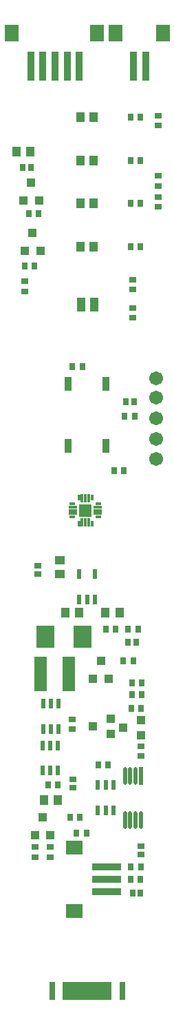
<source format=gts>
%FSLAX25Y25*%
%MOIN*%
G70*
G01*
G75*
G04 Layer_Color=8388736*
%ADD10C,0.05906*%
%ADD11R,0.02362X0.02756*%
%ADD12R,0.02756X0.02362*%
%ADD13R,0.03150X0.03937*%
%ADD14R,0.03937X0.03150*%
%ADD15R,0.02559X0.02165*%
%ADD16R,0.02165X0.02559*%
%ADD17R,0.03543X0.03150*%
%ADD18R,0.03543X0.03150*%
%ADD19R,0.01575X0.03937*%
%ADD20O,0.01181X0.07874*%
%ADD21R,0.01181X0.07874*%
%ADD22R,0.02362X0.07874*%
%ADD23R,0.01063X0.07874*%
%ADD24R,0.05118X0.05118*%
%ADD25R,0.00787X0.02362*%
%ADD26R,0.00787X0.03150*%
%ADD27R,0.02362X0.00787*%
%ADD28R,0.03150X0.00787*%
%ADD29R,0.05118X0.15748*%
%ADD30R,0.06299X0.07480*%
%ADD31R,0.02756X0.13386*%
%ADD32R,0.02756X0.06102*%
%ADD33R,0.07874X0.10000*%
%ADD34R,0.07480X0.06299*%
%ADD35R,0.13386X0.02756*%
%ADD36R,0.03150X0.02559*%
%ADD37R,0.03150X0.03543*%
%ADD38R,0.03150X0.03543*%
%ADD39C,0.01575*%
%ADD40C,0.01000*%
%ADD41C,0.02362*%
%ADD42C,0.00787*%
%ADD43C,0.01181*%
%ADD44C,0.01969*%
%ADD45C,0.03150*%
%ADD46C,0.00500*%
%ADD47C,0.00591*%
%ADD48C,0.00394*%
%ADD49C,0.00600*%
%ADD50C,0.00197*%
%ADD51C,0.00709*%
%ADD52C,0.01200*%
%ADD53C,0.06706*%
%ADD54R,0.03162X0.03556*%
%ADD55R,0.03556X0.03162*%
%ADD56R,0.03950X0.04737*%
%ADD57R,0.04737X0.03950*%
%ADD58R,0.03359X0.02965*%
%ADD59R,0.02965X0.03359*%
%ADD60R,0.04343X0.03950*%
%ADD61R,0.04343X0.03950*%
%ADD62R,0.02375X0.04737*%
%ADD63O,0.01981X0.08674*%
%ADD64R,0.01981X0.08674*%
%ADD65R,0.03162X0.08674*%
%ADD66R,0.01863X0.08674*%
%ADD67R,0.05918X0.05918*%
%ADD68R,0.01587X0.03162*%
%ADD69R,0.01587X0.03950*%
%ADD70R,0.03162X0.01587*%
%ADD71R,0.03950X0.01587*%
%ADD72R,0.05918X0.16548*%
%ADD73R,0.07099X0.08280*%
%ADD74R,0.03556X0.14186*%
%ADD75R,0.03556X0.06902*%
%ADD76R,0.08674X0.10800*%
%ADD77R,0.08280X0.07099*%
%ADD78R,0.14186X0.03556*%
%ADD79R,0.03950X0.03359*%
%ADD80R,0.03950X0.04343*%
%ADD81R,0.03950X0.04343*%
D53*
X74810Y-204319D02*
D03*
Y-184520D02*
D03*
Y-214052D02*
D03*
Y-175140D02*
D03*
Y-194340D02*
D03*
D54*
X64320Y-193380D02*
D03*
X59595D02*
D03*
X61268Y-296460D02*
D03*
X65992D02*
D03*
X50358D02*
D03*
X55082D02*
D03*
X54298Y-219680D02*
D03*
X59022D02*
D03*
X38982Y-169340D02*
D03*
X34258D02*
D03*
X62348Y-48890D02*
D03*
X67072D02*
D03*
X62348Y-69699D02*
D03*
X67072D02*
D03*
X62348Y-90565D02*
D03*
X67072D02*
D03*
X62348Y-111431D02*
D03*
X67072D02*
D03*
X51362Y-362000D02*
D03*
X46638D02*
D03*
X62998Y-322550D02*
D03*
X67722D02*
D03*
X22548Y-371850D02*
D03*
X27272D02*
D03*
X67722Y-328220D02*
D03*
X62998D02*
D03*
X32968Y-387431D02*
D03*
X37692D02*
D03*
X41012Y-395201D02*
D03*
X36288D02*
D03*
X58908Y-311800D02*
D03*
X63632D02*
D03*
X67252Y-417360D02*
D03*
X62528D02*
D03*
X13228Y-95560D02*
D03*
X17952D02*
D03*
X15894Y-120672D02*
D03*
X11170D02*
D03*
X62588Y-411570D02*
D03*
X67312D02*
D03*
X67542Y-334760D02*
D03*
X62818D02*
D03*
D55*
X75900Y-48218D02*
D03*
Y-52942D02*
D03*
X63550Y-145792D02*
D03*
Y-141068D02*
D03*
Y-127488D02*
D03*
Y-132212D02*
D03*
X11170Y-132982D02*
D03*
Y-128258D02*
D03*
X15960Y-401958D02*
D03*
Y-406682D02*
D03*
X23470Y-401958D02*
D03*
Y-406682D02*
D03*
X75900Y-92272D02*
D03*
Y-87548D02*
D03*
Y-77258D02*
D03*
Y-81982D02*
D03*
X67580Y-353168D02*
D03*
Y-357892D02*
D03*
X34010Y-340098D02*
D03*
Y-344822D02*
D03*
D56*
X56967Y-288320D02*
D03*
X50274D02*
D03*
X27277Y-379230D02*
D03*
X20583D02*
D03*
X38137Y-111431D02*
D03*
X44436D02*
D03*
X38137Y-90565D02*
D03*
X44436D02*
D03*
X38137Y-69699D02*
D03*
X44436D02*
D03*
X38137Y-48833D02*
D03*
X44436D02*
D03*
X30863Y-288370D02*
D03*
X37556D02*
D03*
X7254Y-65310D02*
D03*
X13947D02*
D03*
D57*
X28150Y-263154D02*
D03*
Y-269847D02*
D03*
D58*
X34400Y-369044D02*
D03*
Y-372981D02*
D03*
X17330Y-265903D02*
D03*
Y-269840D02*
D03*
X67290Y-401473D02*
D03*
Y-405410D02*
D03*
D59*
X60283Y-186580D02*
D03*
X64220D02*
D03*
X65197Y-302680D02*
D03*
X61260D02*
D03*
X10133Y-73030D02*
D03*
X14070D02*
D03*
X67230Y-424130D02*
D03*
X63293D02*
D03*
D60*
X14252Y-80470D02*
D03*
X10512Y-89131D02*
D03*
X14910Y-104872D02*
D03*
X11170Y-113533D02*
D03*
X47964Y-311790D02*
D03*
X44224Y-320452D02*
D03*
X16000Y-396131D02*
D03*
X19740Y-387470D02*
D03*
D61*
X17992Y-89131D02*
D03*
X18650Y-113533D02*
D03*
X51704Y-320452D02*
D03*
X23480Y-396131D02*
D03*
D62*
X27480Y-332618D02*
D03*
X20000D02*
D03*
X23740D02*
D03*
Y-344823D02*
D03*
X20000D02*
D03*
X27480D02*
D03*
X54100Y-371938D02*
D03*
X46620D02*
D03*
X50360D02*
D03*
Y-384142D02*
D03*
X46620D02*
D03*
X54100D02*
D03*
X19800Y-364902D02*
D03*
X27280D02*
D03*
X23540D02*
D03*
Y-352698D02*
D03*
X27280D02*
D03*
X19800D02*
D03*
X37570Y-269828D02*
D03*
X45050D02*
D03*
X41310Y-282032D02*
D03*
X45050D02*
D03*
X37570D02*
D03*
D63*
X59663Y-388830D02*
D03*
X62222D02*
D03*
X64781D02*
D03*
X67340D02*
D03*
X59663Y-367570D02*
D03*
X62222D02*
D03*
X64781D02*
D03*
D64*
X67340D02*
D03*
D65*
X58438Y-471340D02*
D03*
X24422D02*
D03*
D66*
X52257D02*
D03*
X50288D02*
D03*
X48320D02*
D03*
X46351D02*
D03*
X44383D02*
D03*
X40446D02*
D03*
X38477D02*
D03*
X36509D02*
D03*
X34540D02*
D03*
X32572D02*
D03*
X30603D02*
D03*
X42414D02*
D03*
D67*
X40494Y-239053D02*
D03*
D68*
X43644Y-245352D02*
D03*
X37345D02*
D03*
Y-232754D02*
D03*
X43644D02*
D03*
D69*
X42069Y-244959D02*
D03*
X40494D02*
D03*
X38920D02*
D03*
Y-233148D02*
D03*
X40494D02*
D03*
X42069D02*
D03*
D70*
X34195Y-242203D02*
D03*
Y-235904D02*
D03*
X46794D02*
D03*
Y-242203D02*
D03*
D71*
X34589Y-240628D02*
D03*
Y-239053D02*
D03*
Y-237478D02*
D03*
X46400D02*
D03*
Y-239053D02*
D03*
Y-240628D02*
D03*
D72*
X18909Y-318063D02*
D03*
X32294D02*
D03*
D73*
X78067Y-8120D02*
D03*
X55272D02*
D03*
X46183Y-8049D02*
D03*
X4687D02*
D03*
D74*
X69642Y-24098D02*
D03*
X63736D02*
D03*
X13978Y-24027D02*
D03*
X19884D02*
D03*
X25789D02*
D03*
X31695D02*
D03*
X37600D02*
D03*
D75*
X50394Y-177953D02*
D03*
Y-207677D02*
D03*
X32283Y-177953D02*
D03*
Y-207677D02*
D03*
D76*
X38970Y-300100D02*
D03*
X21253D02*
D03*
D77*
X34958Y-432693D02*
D03*
Y-402260D02*
D03*
D78*
X50935Y-411551D02*
D03*
Y-417457D02*
D03*
Y-423362D02*
D03*
D79*
X44859Y-137733D02*
D03*
X38560D02*
D03*
X44859Y-141080D02*
D03*
X38560D02*
D03*
D80*
X67551Y-347800D02*
D03*
X58890Y-344060D02*
D03*
X52862Y-347280D02*
D03*
X44201Y-343540D02*
D03*
D81*
X67551Y-340320D02*
D03*
X52862Y-339800D02*
D03*
M02*

</source>
